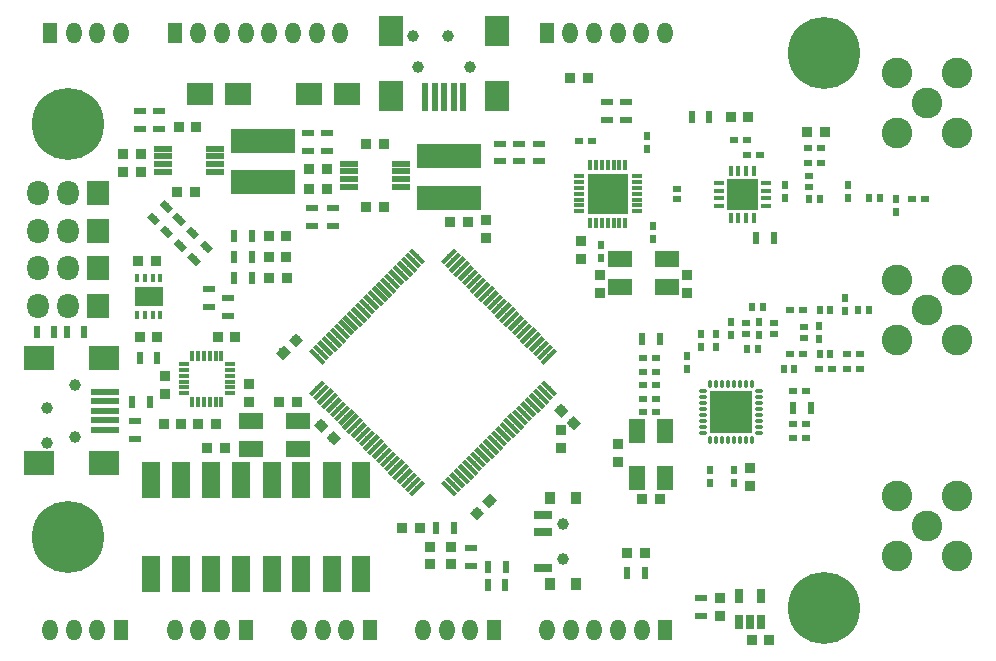
<source format=gts>
G04 #@! TF.GenerationSoftware,KiCad,Pcbnew,no-vcs-found*
G04 #@! TF.CreationDate,2016-12-22T15:04:26+01:00*
G04 #@! TF.ProjectId,RCCAR_IF_Board_GPS,52434341525F49465F426F6172645F47,rev?*
G04 #@! TF.FileFunction,Soldermask,Top*
G04 #@! TF.FilePolarity,Negative*
%FSLAX46Y46*%
G04 Gerber Fmt 4.6, Leading zero omitted, Abs format (unit mm)*
G04 Created by KiCad (PCBNEW no-vcs-found) date Thu Dec 22 15:04:26 2016*
%MOMM*%
%LPD*%
G01*
G04 APERTURE LIST*
%ADD10C,0.100000*%
%ADD11C,6.101600*%
%ADD12O,0.351600X0.801600*%
%ADD13O,0.801600X0.351600*%
%ADD14R,1.826600X1.826600*%
%ADD15O,0.951600X0.401600*%
%ADD16O,0.401600X0.951600*%
%ADD17R,0.901600X0.851600*%
%ADD18C,0.851600*%
%ADD19R,0.851600X0.901600*%
%ADD20R,0.701600X0.601600*%
%ADD21R,0.601600X0.701600*%
%ADD22R,1.001600X0.601600*%
%ADD23R,0.701600X0.501600*%
%ADD24R,0.501600X0.701600*%
%ADD25R,0.601600X1.001600*%
%ADD26R,5.397500X2.100580*%
%ADD27R,1.300480X1.800860*%
%ADD28O,1.300480X1.800860*%
%ADD29R,1.828800X2.133600*%
%ADD30O,1.828800X2.133600*%
%ADD31C,0.601600*%
%ADD32C,0.381600*%
%ADD33R,1.776600X1.776600*%
%ADD34R,0.901600X0.451600*%
%ADD35R,0.451600X0.901600*%
%ADD36R,1.351600X1.351600*%
%ADD37R,1.551600X0.551600*%
%ADD38C,2.601600*%
%ADD39R,2.251600X1.901600*%
%ADD40R,0.899160X0.899160*%
%ADD41R,0.601980X2.402840*%
%ADD42R,2.100580X2.600960*%
%ADD43C,1.000760*%
%ADD44R,2.600960X2.100580*%
%ADD45R,2.402840X0.601980*%
%ADD46R,1.625600X3.101600*%
%ADD47R,1.301600X0.876600*%
%ADD48R,0.451600X0.751600*%
%ADD49C,1.001600*%
%ADD50R,0.901600X1.101600*%
%ADD51R,1.601600X0.801600*%
%ADD52R,0.751600X1.161600*%
%ADD53R,2.101600X1.401600*%
%ADD54R,1.401600X2.101600*%
G04 APERTURE END LIST*
D10*
D11*
X170500000Y-76000000D03*
X106500000Y-82000000D03*
X106500000Y-117000000D03*
X170500000Y-123000000D03*
D12*
X160838000Y-108813000D03*
X161338000Y-108813000D03*
X161838000Y-108813000D03*
X162338000Y-108813000D03*
X162838000Y-108813000D03*
X163338000Y-108813000D03*
X163838000Y-108813000D03*
X164338000Y-108813000D03*
D13*
X164988000Y-108163000D03*
X164988000Y-107663000D03*
X164988000Y-107163000D03*
X164988000Y-106663000D03*
X164988000Y-106163000D03*
X164988000Y-105663000D03*
X164988000Y-105163000D03*
X164988000Y-104663000D03*
D12*
X164338000Y-104013000D03*
X163838000Y-104013000D03*
X163338000Y-104013000D03*
X162838000Y-104013000D03*
X162338000Y-104013000D03*
X161838000Y-104013000D03*
X161338000Y-104013000D03*
X160838000Y-104013000D03*
D13*
X160188000Y-104663000D03*
X160188000Y-105163000D03*
X160188000Y-105663000D03*
X160188000Y-106163000D03*
X160188000Y-106663000D03*
X160188000Y-107163000D03*
X160188000Y-107663000D03*
X160188000Y-108163000D03*
D14*
X163450500Y-105550500D03*
X161725500Y-105550500D03*
X163450500Y-107275500D03*
X161725500Y-107275500D03*
D15*
X116252000Y-102331000D03*
X116252000Y-102831000D03*
X116252000Y-103331000D03*
X116252000Y-103831000D03*
X116252000Y-104331000D03*
X116252000Y-104831000D03*
D16*
X116952000Y-105531000D03*
X117452000Y-105531000D03*
X117952000Y-105531000D03*
X118452000Y-105531000D03*
X118952000Y-105531000D03*
X119452000Y-105531000D03*
D15*
X120152000Y-104831000D03*
X120152000Y-104331000D03*
X120152000Y-103831000D03*
X120152000Y-103331000D03*
X120152000Y-102831000D03*
X120152000Y-102331000D03*
D16*
X119452000Y-101631000D03*
X118952000Y-101631000D03*
X118452000Y-101631000D03*
X117952000Y-101631000D03*
X117452000Y-101631000D03*
X116952000Y-101631000D03*
D17*
X125857000Y-105537000D03*
X124357000Y-105537000D03*
D18*
X149247330Y-107337330D03*
D10*
G36*
X149867180Y-107355008D02*
X149265008Y-107957180D01*
X148627480Y-107319652D01*
X149229652Y-106717480D01*
X149867180Y-107355008D01*
X149867180Y-107355008D01*
G37*
D18*
X148186670Y-106276670D03*
D10*
G36*
X148806520Y-106294348D02*
X148204348Y-106896520D01*
X147566820Y-106258992D01*
X148168992Y-105656820D01*
X148806520Y-106294348D01*
X148806520Y-106294348D01*
G37*
D19*
X141859000Y-90182000D03*
X141859000Y-91682000D03*
D17*
X119749000Y-109474000D03*
X118249000Y-109474000D03*
X150471000Y-78105000D03*
X148971000Y-78105000D03*
D19*
X137072715Y-117800274D03*
X137072715Y-119300274D03*
X138868767Y-119300274D03*
X138868767Y-117800274D03*
D17*
X136228059Y-116205000D03*
X134728059Y-116205000D03*
D18*
X128927330Y-108607330D03*
D10*
G36*
X129547180Y-108625008D02*
X128945008Y-109227180D01*
X128307480Y-108589652D01*
X128909652Y-107987480D01*
X129547180Y-108625008D01*
X129547180Y-108625008D01*
G37*
D18*
X127866670Y-107546670D03*
D10*
G36*
X128486520Y-107564348D02*
X127884348Y-108166520D01*
X127246820Y-107528992D01*
X127848992Y-106926820D01*
X128486520Y-107564348D01*
X128486520Y-107564348D01*
G37*
D18*
X125752330Y-100307670D03*
D10*
G36*
X125770008Y-99687820D02*
X126372180Y-100289992D01*
X125734652Y-100927520D01*
X125132480Y-100325348D01*
X125770008Y-99687820D01*
X125770008Y-99687820D01*
G37*
D18*
X124691670Y-101368330D03*
D10*
G36*
X124709348Y-100748480D02*
X125311520Y-101350652D01*
X124673992Y-101988180D01*
X124071820Y-101386008D01*
X124709348Y-100748480D01*
X124709348Y-100748480D01*
G37*
D17*
X140323000Y-90297000D03*
X138823000Y-90297000D03*
D18*
X141097000Y-114979660D03*
D10*
G36*
X141079322Y-115599510D02*
X140477150Y-114997338D01*
X141114678Y-114359810D01*
X141716850Y-114961982D01*
X141079322Y-115599510D01*
X141079322Y-115599510D01*
G37*
D18*
X142157660Y-113919000D03*
D10*
G36*
X142139982Y-114538850D02*
X141537810Y-113936678D01*
X142175338Y-113299150D01*
X142777510Y-113901322D01*
X142139982Y-114538850D01*
X142139982Y-114538850D01*
G37*
D20*
X149754500Y-83439000D03*
X150854500Y-83439000D03*
D21*
X151574500Y-93387000D03*
X151574500Y-92287000D03*
X155956000Y-91736000D03*
X155956000Y-90636000D03*
D19*
X151511000Y-96317500D03*
X151511000Y-94817500D03*
D21*
X155511500Y-83079500D03*
X155511500Y-84179500D03*
D19*
X158877000Y-94817500D03*
X158877000Y-96317500D03*
X149860000Y-93460000D03*
X149860000Y-91960000D03*
D17*
X170549000Y-82677000D03*
X169049000Y-82677000D03*
D20*
X170222000Y-84074000D03*
X169122000Y-84074000D03*
X170222000Y-85344000D03*
X169122000Y-85344000D03*
D21*
X167132000Y-87207000D03*
X167132000Y-88307000D03*
X172466000Y-87207000D03*
X172466000Y-88307000D03*
D20*
X177885000Y-88392000D03*
X178985000Y-88392000D03*
D21*
X176530000Y-89450000D03*
X176530000Y-88350000D03*
X160782000Y-111337000D03*
X160782000Y-112437000D03*
X162814000Y-111337000D03*
X162814000Y-112437000D03*
D19*
X164211000Y-112637000D03*
X164211000Y-111137000D03*
X153035000Y-110605000D03*
X153035000Y-109105000D03*
D17*
X155079000Y-113792000D03*
X156579000Y-113792000D03*
D20*
X155152000Y-106426000D03*
X156252000Y-106426000D03*
X167852000Y-108648500D03*
X168952000Y-108648500D03*
X155152000Y-104140000D03*
X156252000Y-104140000D03*
X167852000Y-107442000D03*
X168952000Y-107442000D03*
X156252000Y-105283000D03*
X155152000Y-105283000D03*
X167852000Y-104648000D03*
X168952000Y-104648000D03*
X156252000Y-101854000D03*
X155152000Y-101854000D03*
X156252000Y-102997000D03*
X155152000Y-102997000D03*
D21*
X158877000Y-102785000D03*
X158877000Y-101685000D03*
X160020000Y-100880000D03*
X160020000Y-99780000D03*
D20*
X172424000Y-101473000D03*
X173524000Y-101473000D03*
D21*
X161290000Y-100880000D03*
X161290000Y-99780000D03*
D20*
X168698000Y-101473000D03*
X167598000Y-101473000D03*
X170011000Y-102743000D03*
X171111000Y-102743000D03*
X172424000Y-102743000D03*
X173524000Y-102743000D03*
D21*
X170053000Y-99145000D03*
X170053000Y-100245000D03*
X164973000Y-98764000D03*
X164973000Y-99864000D03*
X162560000Y-98764000D03*
X162560000Y-99864000D03*
D20*
X167598000Y-97790000D03*
X168698000Y-97790000D03*
D21*
X172212000Y-97832000D03*
X172212000Y-96732000D03*
D17*
X112637000Y-86106000D03*
X111137000Y-86106000D03*
X112637000Y-84582000D03*
X111137000Y-84582000D03*
X115709000Y-87757000D03*
X117209000Y-87757000D03*
X117336000Y-82296000D03*
X115836000Y-82296000D03*
X128385000Y-87503000D03*
X126885000Y-87503000D03*
X128385000Y-85852000D03*
X126885000Y-85852000D03*
X131711000Y-89027000D03*
X133211000Y-89027000D03*
X133211000Y-83693000D03*
X131711000Y-83693000D03*
D19*
X161671000Y-122186000D03*
X161671000Y-123686000D03*
D17*
X165850000Y-125730000D03*
X164350000Y-125730000D03*
X112532197Y-100071004D03*
X114032197Y-100071004D03*
X118987000Y-107442000D03*
X117487000Y-107442000D03*
X119138000Y-100076000D03*
X120638000Y-100076000D03*
D19*
X114681000Y-104890000D03*
X114681000Y-103390000D03*
D17*
X114566000Y-107442000D03*
X116066000Y-107442000D03*
D19*
X121793000Y-104025000D03*
X121793000Y-105525000D03*
D22*
X140575015Y-119421656D03*
X140575015Y-117921656D03*
D23*
X169164000Y-87318000D03*
X169164000Y-86418000D03*
D24*
X169222000Y-88392000D03*
X170122000Y-88392000D03*
X174302000Y-88265000D03*
X175202000Y-88265000D03*
X167063000Y-102743000D03*
X167963000Y-102743000D03*
X163946000Y-101092000D03*
X164846000Y-101092000D03*
D23*
X168783000Y-99245000D03*
X168783000Y-100145000D03*
D25*
X156591000Y-100203000D03*
X155091000Y-100203000D03*
D23*
X163830000Y-98864000D03*
X163830000Y-99764000D03*
X166243000Y-98864000D03*
X166243000Y-99764000D03*
D24*
X171011000Y-97790000D03*
X170111000Y-97790000D03*
X164396000Y-97536000D03*
X165296000Y-97536000D03*
X174249500Y-97790000D03*
X173349500Y-97790000D03*
D26*
X122936000Y-83469480D03*
X122936000Y-86964520D03*
D23*
X157988000Y-87492000D03*
X157988000Y-88392000D03*
D26*
X138684000Y-84752480D03*
X138684000Y-88247520D03*
D27*
X104932480Y-74295000D03*
D28*
X108935520Y-74295000D03*
X106934000Y-74295000D03*
X110934500Y-74295000D03*
D27*
X142527020Y-124841000D03*
D28*
X138523980Y-124841000D03*
X140525500Y-124841000D03*
X136525000Y-124841000D03*
D27*
X132034280Y-124841000D03*
D28*
X128031240Y-124841000D03*
X130032760Y-124841000D03*
X126032260Y-124841000D03*
X127508000Y-74295000D03*
X125509020Y-74295000D03*
X123507500Y-74295000D03*
D27*
X115501420Y-74295000D03*
D28*
X119504460Y-74295000D03*
X117502940Y-74295000D03*
X121503440Y-74295000D03*
X129506980Y-74295000D03*
D27*
X146994940Y-74295000D03*
D28*
X150997980Y-74295000D03*
X148996460Y-74295000D03*
X152996960Y-74295000D03*
X154998480Y-74295000D03*
X157000000Y-74295000D03*
D27*
X157038040Y-124841000D03*
D28*
X153035000Y-124841000D03*
X155036520Y-124841000D03*
X151036020Y-124841000D03*
X149034500Y-124841000D03*
X147032980Y-124841000D03*
D27*
X121493280Y-124841000D03*
D28*
X117490240Y-124841000D03*
X119491760Y-124841000D03*
X115491260Y-124841000D03*
D27*
X110952280Y-124841000D03*
D28*
X106949240Y-124841000D03*
X108950760Y-124841000D03*
X104950260Y-124841000D03*
D29*
X108984000Y-97409000D03*
D30*
X106444000Y-97409000D03*
X103904000Y-97409000D03*
D29*
X108984000Y-94234000D03*
D30*
X106444000Y-94234000D03*
X103904000Y-94234000D03*
D29*
X108984000Y-91059000D03*
D30*
X106444000Y-91059000D03*
X103904000Y-91059000D03*
D25*
X122023000Y-93281500D03*
X120523000Y-93281500D03*
X122023000Y-95059500D03*
X120523000Y-95059500D03*
X139101741Y-116215408D03*
X137601741Y-116215408D03*
D22*
X152082500Y-80149000D03*
X152082500Y-81649000D03*
X153733500Y-81649000D03*
X153733500Y-80149000D03*
X160020000Y-122186000D03*
X160020000Y-123686000D03*
D25*
X111899000Y-105537000D03*
X113399000Y-105537000D03*
X164731000Y-91694000D03*
X166231000Y-91694000D03*
D22*
X112141000Y-107200000D03*
X112141000Y-108700000D03*
D25*
X155309000Y-120015000D03*
X153809000Y-120015000D03*
X167842500Y-106045000D03*
X169342500Y-106045000D03*
D24*
X170111000Y-101473000D03*
X171011000Y-101473000D03*
D22*
X112522000Y-82411000D03*
X112522000Y-80911000D03*
X114173000Y-80911000D03*
X114173000Y-82411000D03*
D25*
X105301000Y-99648000D03*
X103801000Y-99648000D03*
X107841000Y-99648000D03*
X106341000Y-99648000D03*
D31*
X114784030Y-91120055D03*
D10*
G36*
X114925451Y-91686872D02*
X114217213Y-90978634D01*
X114642609Y-90553238D01*
X115350847Y-91261476D01*
X114925451Y-91686872D01*
X114925451Y-91686872D01*
G37*
D31*
X115844690Y-90059395D03*
D10*
G36*
X115986111Y-90626212D02*
X115277873Y-89917974D01*
X115703269Y-89492578D01*
X116411507Y-90200816D01*
X115986111Y-90626212D01*
X115986111Y-90626212D01*
G37*
D31*
X113706399Y-90042424D03*
D10*
G36*
X113847820Y-90609241D02*
X113139582Y-89901003D01*
X113564978Y-89475607D01*
X114273216Y-90183845D01*
X113847820Y-90609241D01*
X113847820Y-90609241D01*
G37*
D31*
X114767059Y-88981764D03*
D10*
G36*
X114908480Y-89548581D02*
X114200242Y-88840343D01*
X114625638Y-88414947D01*
X115333876Y-89123185D01*
X114908480Y-89548581D01*
X114908480Y-89548581D01*
G37*
D25*
X114032196Y-101849004D03*
X112532196Y-101849004D03*
D22*
X146304000Y-85189000D03*
X146304000Y-83689000D03*
X144653000Y-85177000D03*
X144653000Y-83677000D03*
X143002000Y-85177000D03*
X143002000Y-83677000D03*
D25*
X143510000Y-119507000D03*
X142010000Y-119507000D03*
X143498000Y-121031000D03*
X141998000Y-121031000D03*
D22*
X118364000Y-97524000D03*
X118364000Y-96024000D03*
X120015000Y-98286000D03*
X120015000Y-96786000D03*
X127127000Y-89166000D03*
X127127000Y-90666000D03*
X128905000Y-89166000D03*
X128905000Y-90666000D03*
X128397000Y-84316000D03*
X128397000Y-82816000D03*
X126746000Y-82816000D03*
X126746000Y-84316000D03*
D32*
X127542412Y-104387020D03*
D10*
G36*
X127111077Y-105088187D02*
X126841245Y-104818355D01*
X127973747Y-103685853D01*
X128243579Y-103955685D01*
X127111077Y-105088187D01*
X127111077Y-105088187D01*
G37*
D32*
X127895965Y-104740573D03*
D10*
G36*
X127464630Y-105441740D02*
X127194798Y-105171908D01*
X128327300Y-104039406D01*
X128597132Y-104309238D01*
X127464630Y-105441740D01*
X127464630Y-105441740D01*
G37*
D32*
X128249519Y-105094127D03*
D10*
G36*
X127818184Y-105795294D02*
X127548352Y-105525462D01*
X128680854Y-104392960D01*
X128950686Y-104662792D01*
X127818184Y-105795294D01*
X127818184Y-105795294D01*
G37*
D32*
X128603072Y-105447680D03*
D10*
G36*
X128171737Y-106148847D02*
X127901905Y-105879015D01*
X129034407Y-104746513D01*
X129304239Y-105016345D01*
X128171737Y-106148847D01*
X128171737Y-106148847D01*
G37*
D32*
X128956625Y-105801233D03*
D10*
G36*
X128525290Y-106502400D02*
X128255458Y-106232568D01*
X129387960Y-105100066D01*
X129657792Y-105369898D01*
X128525290Y-106502400D01*
X128525290Y-106502400D01*
G37*
D32*
X129310179Y-106154787D03*
D10*
G36*
X128878844Y-106855954D02*
X128609012Y-106586122D01*
X129741514Y-105453620D01*
X130011346Y-105723452D01*
X128878844Y-106855954D01*
X128878844Y-106855954D01*
G37*
D32*
X129663732Y-106508340D03*
D10*
G36*
X129232397Y-107209507D02*
X128962565Y-106939675D01*
X130095067Y-105807173D01*
X130364899Y-106077005D01*
X129232397Y-107209507D01*
X129232397Y-107209507D01*
G37*
D32*
X130017285Y-106861894D03*
D10*
G36*
X129585950Y-107563061D02*
X129316118Y-107293229D01*
X130448620Y-106160727D01*
X130718452Y-106430559D01*
X129585950Y-107563061D01*
X129585950Y-107563061D01*
G37*
D32*
X130370839Y-107215447D03*
D10*
G36*
X129939504Y-107916614D02*
X129669672Y-107646782D01*
X130802174Y-106514280D01*
X131072006Y-106784112D01*
X129939504Y-107916614D01*
X129939504Y-107916614D01*
G37*
D32*
X130724392Y-107569000D03*
D10*
G36*
X130293057Y-108270167D02*
X130023225Y-108000335D01*
X131155727Y-106867833D01*
X131425559Y-107137665D01*
X130293057Y-108270167D01*
X130293057Y-108270167D01*
G37*
D32*
X131077946Y-107922554D03*
D10*
G36*
X130646611Y-108623721D02*
X130376779Y-108353889D01*
X131509281Y-107221387D01*
X131779113Y-107491219D01*
X130646611Y-108623721D01*
X130646611Y-108623721D01*
G37*
D32*
X131431499Y-108276107D03*
D10*
G36*
X131000164Y-108977274D02*
X130730332Y-108707442D01*
X131862834Y-107574940D01*
X132132666Y-107844772D01*
X131000164Y-108977274D01*
X131000164Y-108977274D01*
G37*
D32*
X131785052Y-108629661D03*
D10*
G36*
X131353717Y-109330828D02*
X131083885Y-109060996D01*
X132216387Y-107928494D01*
X132486219Y-108198326D01*
X131353717Y-109330828D01*
X131353717Y-109330828D01*
G37*
D32*
X132138606Y-108983214D03*
D10*
G36*
X131707271Y-109684381D02*
X131437439Y-109414549D01*
X132569941Y-108282047D01*
X132839773Y-108551879D01*
X131707271Y-109684381D01*
X131707271Y-109684381D01*
G37*
D32*
X132492159Y-109336767D03*
D10*
G36*
X132060824Y-110037934D02*
X131790992Y-109768102D01*
X132923494Y-108635600D01*
X133193326Y-108905432D01*
X132060824Y-110037934D01*
X132060824Y-110037934D01*
G37*
D32*
X132845713Y-109690321D03*
D10*
G36*
X132414378Y-110391488D02*
X132144546Y-110121656D01*
X133277048Y-108989154D01*
X133546880Y-109258986D01*
X132414378Y-110391488D01*
X132414378Y-110391488D01*
G37*
D32*
X133199266Y-110043874D03*
D10*
G36*
X132767931Y-110745041D02*
X132498099Y-110475209D01*
X133630601Y-109342707D01*
X133900433Y-109612539D01*
X132767931Y-110745041D01*
X132767931Y-110745041D01*
G37*
D32*
X133552819Y-110397428D03*
D10*
G36*
X133121484Y-111098595D02*
X132851652Y-110828763D01*
X133984154Y-109696261D01*
X134253986Y-109966093D01*
X133121484Y-111098595D01*
X133121484Y-111098595D01*
G37*
D32*
X133906373Y-110750981D03*
D10*
G36*
X133475038Y-111452148D02*
X133205206Y-111182316D01*
X134337708Y-110049814D01*
X134607540Y-110319646D01*
X133475038Y-111452148D01*
X133475038Y-111452148D01*
G37*
D32*
X134259926Y-111104534D03*
D10*
G36*
X133828591Y-111805701D02*
X133558759Y-111535869D01*
X134691261Y-110403367D01*
X134961093Y-110673199D01*
X133828591Y-111805701D01*
X133828591Y-111805701D01*
G37*
D32*
X134613480Y-111458088D03*
D10*
G36*
X134182145Y-112159255D02*
X133912313Y-111889423D01*
X135044815Y-110756921D01*
X135314647Y-111026753D01*
X134182145Y-112159255D01*
X134182145Y-112159255D01*
G37*
D32*
X134967033Y-111811641D03*
D10*
G36*
X134535698Y-112512808D02*
X134265866Y-112242976D01*
X135398368Y-111110474D01*
X135668200Y-111380306D01*
X134535698Y-112512808D01*
X134535698Y-112512808D01*
G37*
D32*
X135320586Y-112165194D03*
D10*
G36*
X134889251Y-112866361D02*
X134619419Y-112596529D01*
X135751921Y-111464027D01*
X136021753Y-111733859D01*
X134889251Y-112866361D01*
X134889251Y-112866361D01*
G37*
D32*
X135674140Y-112518748D03*
D10*
G36*
X135242805Y-113219915D02*
X134972973Y-112950083D01*
X136105475Y-111817581D01*
X136375307Y-112087413D01*
X135242805Y-113219915D01*
X135242805Y-113219915D01*
G37*
D32*
X136027693Y-112872301D03*
D10*
G36*
X135596358Y-113573468D02*
X135326526Y-113303636D01*
X136459028Y-112171134D01*
X136728860Y-112440966D01*
X135596358Y-113573468D01*
X135596358Y-113573468D01*
G37*
D32*
X138714699Y-112872301D03*
D10*
G36*
X139415866Y-113303636D02*
X139146034Y-113573468D01*
X138013532Y-112440966D01*
X138283364Y-112171134D01*
X139415866Y-113303636D01*
X139415866Y-113303636D01*
G37*
D32*
X139068252Y-112518748D03*
D10*
G36*
X139769419Y-112950083D02*
X139499587Y-113219915D01*
X138367085Y-112087413D01*
X138636917Y-111817581D01*
X139769419Y-112950083D01*
X139769419Y-112950083D01*
G37*
D32*
X139421806Y-112165194D03*
D10*
G36*
X140122973Y-112596529D02*
X139853141Y-112866361D01*
X138720639Y-111733859D01*
X138990471Y-111464027D01*
X140122973Y-112596529D01*
X140122973Y-112596529D01*
G37*
D32*
X139775359Y-111811641D03*
D10*
G36*
X140476526Y-112242976D02*
X140206694Y-112512808D01*
X139074192Y-111380306D01*
X139344024Y-111110474D01*
X140476526Y-112242976D01*
X140476526Y-112242976D01*
G37*
D32*
X140128912Y-111458088D03*
D10*
G36*
X140830079Y-111889423D02*
X140560247Y-112159255D01*
X139427745Y-111026753D01*
X139697577Y-110756921D01*
X140830079Y-111889423D01*
X140830079Y-111889423D01*
G37*
D32*
X140482466Y-111104534D03*
D10*
G36*
X141183633Y-111535869D02*
X140913801Y-111805701D01*
X139781299Y-110673199D01*
X140051131Y-110403367D01*
X141183633Y-111535869D01*
X141183633Y-111535869D01*
G37*
D32*
X140836019Y-110750981D03*
D10*
G36*
X141537186Y-111182316D02*
X141267354Y-111452148D01*
X140134852Y-110319646D01*
X140404684Y-110049814D01*
X141537186Y-111182316D01*
X141537186Y-111182316D01*
G37*
D32*
X141189573Y-110397428D03*
D10*
G36*
X141890740Y-110828763D02*
X141620908Y-111098595D01*
X140488406Y-109966093D01*
X140758238Y-109696261D01*
X141890740Y-110828763D01*
X141890740Y-110828763D01*
G37*
D32*
X141543126Y-110043874D03*
D10*
G36*
X142244293Y-110475209D02*
X141974461Y-110745041D01*
X140841959Y-109612539D01*
X141111791Y-109342707D01*
X142244293Y-110475209D01*
X142244293Y-110475209D01*
G37*
D32*
X141896679Y-109690321D03*
D10*
G36*
X142597846Y-110121656D02*
X142328014Y-110391488D01*
X141195512Y-109258986D01*
X141465344Y-108989154D01*
X142597846Y-110121656D01*
X142597846Y-110121656D01*
G37*
D32*
X142250233Y-109336767D03*
D10*
G36*
X142951400Y-109768102D02*
X142681568Y-110037934D01*
X141549066Y-108905432D01*
X141818898Y-108635600D01*
X142951400Y-109768102D01*
X142951400Y-109768102D01*
G37*
D32*
X142603786Y-108983214D03*
D10*
G36*
X143304953Y-109414549D02*
X143035121Y-109684381D01*
X141902619Y-108551879D01*
X142172451Y-108282047D01*
X143304953Y-109414549D01*
X143304953Y-109414549D01*
G37*
D32*
X142957340Y-108629661D03*
D10*
G36*
X143658507Y-109060996D02*
X143388675Y-109330828D01*
X142256173Y-108198326D01*
X142526005Y-107928494D01*
X143658507Y-109060996D01*
X143658507Y-109060996D01*
G37*
D32*
X143310893Y-108276107D03*
D10*
G36*
X144012060Y-108707442D02*
X143742228Y-108977274D01*
X142609726Y-107844772D01*
X142879558Y-107574940D01*
X144012060Y-108707442D01*
X144012060Y-108707442D01*
G37*
D32*
X143664446Y-107922554D03*
D10*
G36*
X144365613Y-108353889D02*
X144095781Y-108623721D01*
X142963279Y-107491219D01*
X143233111Y-107221387D01*
X144365613Y-108353889D01*
X144365613Y-108353889D01*
G37*
D32*
X144018000Y-107569000D03*
D10*
G36*
X144719167Y-108000335D02*
X144449335Y-108270167D01*
X143316833Y-107137665D01*
X143586665Y-106867833D01*
X144719167Y-108000335D01*
X144719167Y-108000335D01*
G37*
D32*
X144371553Y-107215447D03*
D10*
G36*
X145072720Y-107646782D02*
X144802888Y-107916614D01*
X143670386Y-106784112D01*
X143940218Y-106514280D01*
X145072720Y-107646782D01*
X145072720Y-107646782D01*
G37*
D32*
X144725107Y-106861894D03*
D10*
G36*
X145426274Y-107293229D02*
X145156442Y-107563061D01*
X144023940Y-106430559D01*
X144293772Y-106160727D01*
X145426274Y-107293229D01*
X145426274Y-107293229D01*
G37*
D32*
X145078660Y-106508340D03*
D10*
G36*
X145779827Y-106939675D02*
X145509995Y-107209507D01*
X144377493Y-106077005D01*
X144647325Y-105807173D01*
X145779827Y-106939675D01*
X145779827Y-106939675D01*
G37*
D32*
X145432213Y-106154787D03*
D10*
G36*
X146133380Y-106586122D02*
X145863548Y-106855954D01*
X144731046Y-105723452D01*
X145000878Y-105453620D01*
X146133380Y-106586122D01*
X146133380Y-106586122D01*
G37*
D32*
X145785767Y-105801233D03*
D10*
G36*
X146486934Y-106232568D02*
X146217102Y-106502400D01*
X145084600Y-105369898D01*
X145354432Y-105100066D01*
X146486934Y-106232568D01*
X146486934Y-106232568D01*
G37*
D32*
X146139320Y-105447680D03*
D10*
G36*
X146840487Y-105879015D02*
X146570655Y-106148847D01*
X145438153Y-105016345D01*
X145707985Y-104746513D01*
X146840487Y-105879015D01*
X146840487Y-105879015D01*
G37*
D32*
X146492873Y-105094127D03*
D10*
G36*
X147194040Y-105525462D02*
X146924208Y-105795294D01*
X145791706Y-104662792D01*
X146061538Y-104392960D01*
X147194040Y-105525462D01*
X147194040Y-105525462D01*
G37*
D32*
X146846427Y-104740573D03*
D10*
G36*
X147547594Y-105171908D02*
X147277762Y-105441740D01*
X146145260Y-104309238D01*
X146415092Y-104039406D01*
X147547594Y-105171908D01*
X147547594Y-105171908D01*
G37*
D32*
X147199980Y-104387020D03*
D10*
G36*
X147901147Y-104818355D02*
X147631315Y-105088187D01*
X146498813Y-103955685D01*
X146768645Y-103685853D01*
X147901147Y-104818355D01*
X147901147Y-104818355D01*
G37*
D32*
X147199980Y-101700014D03*
D10*
G36*
X146768645Y-102401181D02*
X146498813Y-102131349D01*
X147631315Y-100998847D01*
X147901147Y-101268679D01*
X146768645Y-102401181D01*
X146768645Y-102401181D01*
G37*
D32*
X146846427Y-101346461D03*
D10*
G36*
X146415092Y-102047628D02*
X146145260Y-101777796D01*
X147277762Y-100645294D01*
X147547594Y-100915126D01*
X146415092Y-102047628D01*
X146415092Y-102047628D01*
G37*
D32*
X146492873Y-100992907D03*
D10*
G36*
X146061538Y-101694074D02*
X145791706Y-101424242D01*
X146924208Y-100291740D01*
X147194040Y-100561572D01*
X146061538Y-101694074D01*
X146061538Y-101694074D01*
G37*
D32*
X146139320Y-100639354D03*
D10*
G36*
X145707985Y-101340521D02*
X145438153Y-101070689D01*
X146570655Y-99938187D01*
X146840487Y-100208019D01*
X145707985Y-101340521D01*
X145707985Y-101340521D01*
G37*
D32*
X145785767Y-100285801D03*
D10*
G36*
X145354432Y-100986968D02*
X145084600Y-100717136D01*
X146217102Y-99584634D01*
X146486934Y-99854466D01*
X145354432Y-100986968D01*
X145354432Y-100986968D01*
G37*
D32*
X145432213Y-99932247D03*
D10*
G36*
X145000878Y-100633414D02*
X144731046Y-100363582D01*
X145863548Y-99231080D01*
X146133380Y-99500912D01*
X145000878Y-100633414D01*
X145000878Y-100633414D01*
G37*
D32*
X145078660Y-99578694D03*
D10*
G36*
X144647325Y-100279861D02*
X144377493Y-100010029D01*
X145509995Y-98877527D01*
X145779827Y-99147359D01*
X144647325Y-100279861D01*
X144647325Y-100279861D01*
G37*
D32*
X144725107Y-99225140D03*
D10*
G36*
X144293772Y-99926307D02*
X144023940Y-99656475D01*
X145156442Y-98523973D01*
X145426274Y-98793805D01*
X144293772Y-99926307D01*
X144293772Y-99926307D01*
G37*
D32*
X144371553Y-98871587D03*
D10*
G36*
X143940218Y-99572754D02*
X143670386Y-99302922D01*
X144802888Y-98170420D01*
X145072720Y-98440252D01*
X143940218Y-99572754D01*
X143940218Y-99572754D01*
G37*
D32*
X144018000Y-98518034D03*
D10*
G36*
X143586665Y-99219201D02*
X143316833Y-98949369D01*
X144449335Y-97816867D01*
X144719167Y-98086699D01*
X143586665Y-99219201D01*
X143586665Y-99219201D01*
G37*
D32*
X143664446Y-98164480D03*
D10*
G36*
X143233111Y-98865647D02*
X142963279Y-98595815D01*
X144095781Y-97463313D01*
X144365613Y-97733145D01*
X143233111Y-98865647D01*
X143233111Y-98865647D01*
G37*
D32*
X143310893Y-97810927D03*
D10*
G36*
X142879558Y-98512094D02*
X142609726Y-98242262D01*
X143742228Y-97109760D01*
X144012060Y-97379592D01*
X142879558Y-98512094D01*
X142879558Y-98512094D01*
G37*
D32*
X142957340Y-97457373D03*
D10*
G36*
X142526005Y-98158540D02*
X142256173Y-97888708D01*
X143388675Y-96756206D01*
X143658507Y-97026038D01*
X142526005Y-98158540D01*
X142526005Y-98158540D01*
G37*
D32*
X142603786Y-97103820D03*
D10*
G36*
X142172451Y-97804987D02*
X141902619Y-97535155D01*
X143035121Y-96402653D01*
X143304953Y-96672485D01*
X142172451Y-97804987D01*
X142172451Y-97804987D01*
G37*
D32*
X142250233Y-96750267D03*
D10*
G36*
X141818898Y-97451434D02*
X141549066Y-97181602D01*
X142681568Y-96049100D01*
X142951400Y-96318932D01*
X141818898Y-97451434D01*
X141818898Y-97451434D01*
G37*
D32*
X141896679Y-96396713D03*
D10*
G36*
X141465344Y-97097880D02*
X141195512Y-96828048D01*
X142328014Y-95695546D01*
X142597846Y-95965378D01*
X141465344Y-97097880D01*
X141465344Y-97097880D01*
G37*
D32*
X141543126Y-96043160D03*
D10*
G36*
X141111791Y-96744327D02*
X140841959Y-96474495D01*
X141974461Y-95341993D01*
X142244293Y-95611825D01*
X141111791Y-96744327D01*
X141111791Y-96744327D01*
G37*
D32*
X141189573Y-95689606D03*
D10*
G36*
X140758238Y-96390773D02*
X140488406Y-96120941D01*
X141620908Y-94988439D01*
X141890740Y-95258271D01*
X140758238Y-96390773D01*
X140758238Y-96390773D01*
G37*
D32*
X140836019Y-95336053D03*
D10*
G36*
X140404684Y-96037220D02*
X140134852Y-95767388D01*
X141267354Y-94634886D01*
X141537186Y-94904718D01*
X140404684Y-96037220D01*
X140404684Y-96037220D01*
G37*
D32*
X140482466Y-94982500D03*
D10*
G36*
X140051131Y-95683667D02*
X139781299Y-95413835D01*
X140913801Y-94281333D01*
X141183633Y-94551165D01*
X140051131Y-95683667D01*
X140051131Y-95683667D01*
G37*
D32*
X140128912Y-94628946D03*
D10*
G36*
X139697577Y-95330113D02*
X139427745Y-95060281D01*
X140560247Y-93927779D01*
X140830079Y-94197611D01*
X139697577Y-95330113D01*
X139697577Y-95330113D01*
G37*
D32*
X139775359Y-94275393D03*
D10*
G36*
X139344024Y-94976560D02*
X139074192Y-94706728D01*
X140206694Y-93574226D01*
X140476526Y-93844058D01*
X139344024Y-94976560D01*
X139344024Y-94976560D01*
G37*
D32*
X139421806Y-93921840D03*
D10*
G36*
X138990471Y-94623007D02*
X138720639Y-94353175D01*
X139853141Y-93220673D01*
X140122973Y-93490505D01*
X138990471Y-94623007D01*
X138990471Y-94623007D01*
G37*
D32*
X139068252Y-93568286D03*
D10*
G36*
X138636917Y-94269453D02*
X138367085Y-93999621D01*
X139499587Y-92867119D01*
X139769419Y-93136951D01*
X138636917Y-94269453D01*
X138636917Y-94269453D01*
G37*
D32*
X138714699Y-93214733D03*
D10*
G36*
X138283364Y-93915900D02*
X138013532Y-93646068D01*
X139146034Y-92513566D01*
X139415866Y-92783398D01*
X138283364Y-93915900D01*
X138283364Y-93915900D01*
G37*
D32*
X136027693Y-93214733D03*
D10*
G36*
X136728860Y-93646068D02*
X136459028Y-93915900D01*
X135326526Y-92783398D01*
X135596358Y-92513566D01*
X136728860Y-93646068D01*
X136728860Y-93646068D01*
G37*
D32*
X135674140Y-93568286D03*
D10*
G36*
X136375307Y-93999621D02*
X136105475Y-94269453D01*
X134972973Y-93136951D01*
X135242805Y-92867119D01*
X136375307Y-93999621D01*
X136375307Y-93999621D01*
G37*
D32*
X135320586Y-93921840D03*
D10*
G36*
X136021753Y-94353175D02*
X135751921Y-94623007D01*
X134619419Y-93490505D01*
X134889251Y-93220673D01*
X136021753Y-94353175D01*
X136021753Y-94353175D01*
G37*
D32*
X134967033Y-94275393D03*
D10*
G36*
X135668200Y-94706728D02*
X135398368Y-94976560D01*
X134265866Y-93844058D01*
X134535698Y-93574226D01*
X135668200Y-94706728D01*
X135668200Y-94706728D01*
G37*
D32*
X134613480Y-94628946D03*
D10*
G36*
X135314647Y-95060281D02*
X135044815Y-95330113D01*
X133912313Y-94197611D01*
X134182145Y-93927779D01*
X135314647Y-95060281D01*
X135314647Y-95060281D01*
G37*
D32*
X134259926Y-94982500D03*
D10*
G36*
X134961093Y-95413835D02*
X134691261Y-95683667D01*
X133558759Y-94551165D01*
X133828591Y-94281333D01*
X134961093Y-95413835D01*
X134961093Y-95413835D01*
G37*
D32*
X133906373Y-95336053D03*
D10*
G36*
X134607540Y-95767388D02*
X134337708Y-96037220D01*
X133205206Y-94904718D01*
X133475038Y-94634886D01*
X134607540Y-95767388D01*
X134607540Y-95767388D01*
G37*
D32*
X133552819Y-95689606D03*
D10*
G36*
X134253986Y-96120941D02*
X133984154Y-96390773D01*
X132851652Y-95258271D01*
X133121484Y-94988439D01*
X134253986Y-96120941D01*
X134253986Y-96120941D01*
G37*
D32*
X133199266Y-96043160D03*
D10*
G36*
X133900433Y-96474495D02*
X133630601Y-96744327D01*
X132498099Y-95611825D01*
X132767931Y-95341993D01*
X133900433Y-96474495D01*
X133900433Y-96474495D01*
G37*
D32*
X132845713Y-96396713D03*
D10*
G36*
X133546880Y-96828048D02*
X133277048Y-97097880D01*
X132144546Y-95965378D01*
X132414378Y-95695546D01*
X133546880Y-96828048D01*
X133546880Y-96828048D01*
G37*
D32*
X132492159Y-96750267D03*
D10*
G36*
X133193326Y-97181602D02*
X132923494Y-97451434D01*
X131790992Y-96318932D01*
X132060824Y-96049100D01*
X133193326Y-97181602D01*
X133193326Y-97181602D01*
G37*
D32*
X132138606Y-97103820D03*
D10*
G36*
X132839773Y-97535155D02*
X132569941Y-97804987D01*
X131437439Y-96672485D01*
X131707271Y-96402653D01*
X132839773Y-97535155D01*
X132839773Y-97535155D01*
G37*
D32*
X131785052Y-97457373D03*
D10*
G36*
X132486219Y-97888708D02*
X132216387Y-98158540D01*
X131083885Y-97026038D01*
X131353717Y-96756206D01*
X132486219Y-97888708D01*
X132486219Y-97888708D01*
G37*
D32*
X131431499Y-97810927D03*
D10*
G36*
X132132666Y-98242262D02*
X131862834Y-98512094D01*
X130730332Y-97379592D01*
X131000164Y-97109760D01*
X132132666Y-98242262D01*
X132132666Y-98242262D01*
G37*
D32*
X131077946Y-98164480D03*
D10*
G36*
X131779113Y-98595815D02*
X131509281Y-98865647D01*
X130376779Y-97733145D01*
X130646611Y-97463313D01*
X131779113Y-98595815D01*
X131779113Y-98595815D01*
G37*
D32*
X130724392Y-98518034D03*
D10*
G36*
X131425559Y-98949369D02*
X131155727Y-99219201D01*
X130023225Y-98086699D01*
X130293057Y-97816867D01*
X131425559Y-98949369D01*
X131425559Y-98949369D01*
G37*
D32*
X130370839Y-98871587D03*
D10*
G36*
X131072006Y-99302922D02*
X130802174Y-99572754D01*
X129669672Y-98440252D01*
X129939504Y-98170420D01*
X131072006Y-99302922D01*
X131072006Y-99302922D01*
G37*
D32*
X130017285Y-99225140D03*
D10*
G36*
X130718452Y-99656475D02*
X130448620Y-99926307D01*
X129316118Y-98793805D01*
X129585950Y-98523973D01*
X130718452Y-99656475D01*
X130718452Y-99656475D01*
G37*
D32*
X129663732Y-99578694D03*
D10*
G36*
X130364899Y-100010029D02*
X130095067Y-100279861D01*
X128962565Y-99147359D01*
X129232397Y-98877527D01*
X130364899Y-100010029D01*
X130364899Y-100010029D01*
G37*
D32*
X129310179Y-99932247D03*
D10*
G36*
X130011346Y-100363582D02*
X129741514Y-100633414D01*
X128609012Y-99500912D01*
X128878844Y-99231080D01*
X130011346Y-100363582D01*
X130011346Y-100363582D01*
G37*
D32*
X128956625Y-100285801D03*
D10*
G36*
X129657792Y-100717136D02*
X129387960Y-100986968D01*
X128255458Y-99854466D01*
X128525290Y-99584634D01*
X129657792Y-100717136D01*
X129657792Y-100717136D01*
G37*
D32*
X128603072Y-100639354D03*
D10*
G36*
X129304239Y-101070689D02*
X129034407Y-101340521D01*
X127901905Y-100208019D01*
X128171737Y-99938187D01*
X129304239Y-101070689D01*
X129304239Y-101070689D01*
G37*
D32*
X128249519Y-100992907D03*
D10*
G36*
X128950686Y-101424242D02*
X128680854Y-101694074D01*
X127548352Y-100561572D01*
X127818184Y-100291740D01*
X128950686Y-101424242D01*
X128950686Y-101424242D01*
G37*
D32*
X127895965Y-101346461D03*
D10*
G36*
X128597132Y-101777796D02*
X128327300Y-102047628D01*
X127194798Y-100915126D01*
X127464630Y-100645294D01*
X128597132Y-101777796D01*
X128597132Y-101777796D01*
G37*
D32*
X127542412Y-101700014D03*
D10*
G36*
X128243579Y-102131349D02*
X127973747Y-102401181D01*
X126841245Y-101268679D01*
X127111077Y-100998847D01*
X128243579Y-102131349D01*
X128243579Y-102131349D01*
G37*
D15*
X149704000Y-86421000D03*
X149704000Y-86921000D03*
X149704000Y-87421000D03*
X149704000Y-87921000D03*
X149704000Y-88421000D03*
X149704000Y-88921000D03*
X149704000Y-89421000D03*
D16*
X150654000Y-90371000D03*
X151154000Y-90371000D03*
X151654000Y-90371000D03*
X152154000Y-90371000D03*
X152654000Y-90371000D03*
X153154000Y-90371000D03*
X153654000Y-90371000D03*
D15*
X154604000Y-89421000D03*
X154604000Y-88921000D03*
X154604000Y-88421000D03*
X154604000Y-87921000D03*
X154604000Y-87421000D03*
X154604000Y-86921000D03*
X154604000Y-86421000D03*
D16*
X153654000Y-85471000D03*
X153154000Y-85471000D03*
X152654000Y-85471000D03*
X152154000Y-85471000D03*
X151654000Y-85471000D03*
X151154000Y-85471000D03*
X150654000Y-85471000D03*
D33*
X152991500Y-88758500D03*
X152991500Y-87083500D03*
X151316500Y-88758500D03*
X151316500Y-87083500D03*
D34*
X161544000Y-87026000D03*
X161544000Y-87676000D03*
X161544000Y-88326000D03*
X161544000Y-88976000D03*
D35*
X162569000Y-90001000D03*
X163219000Y-90001000D03*
X163869000Y-90001000D03*
X164519000Y-90001000D03*
D34*
X165544000Y-88976000D03*
X165544000Y-88326000D03*
X165544000Y-87676000D03*
X165544000Y-87026000D03*
D35*
X164519000Y-86001000D03*
X163869000Y-86001000D03*
X163219000Y-86001000D03*
X162569000Y-86001000D03*
D36*
X164169000Y-88626000D03*
X164169000Y-87376000D03*
X162919000Y-88626000D03*
X162919000Y-87376000D03*
D37*
X114513000Y-84115000D03*
X114513000Y-84765000D03*
X114513000Y-85415000D03*
X114513000Y-86065000D03*
X118913000Y-86065000D03*
X118913000Y-85415000D03*
X118913000Y-84765000D03*
X118913000Y-84115000D03*
X130261000Y-85385000D03*
X130261000Y-86035000D03*
X130261000Y-86685000D03*
X130261000Y-87335000D03*
X134661000Y-87335000D03*
X134661000Y-86685000D03*
X134661000Y-86035000D03*
X134661000Y-85385000D03*
D31*
X117118896Y-93454922D03*
D10*
G36*
X117260317Y-94021739D02*
X116552079Y-93313501D01*
X116977475Y-92888105D01*
X117685713Y-93596343D01*
X117260317Y-94021739D01*
X117260317Y-94021739D01*
G37*
D31*
X118179556Y-92394262D03*
D10*
G36*
X118320977Y-92961079D02*
X117612739Y-92252841D01*
X118038135Y-91827445D01*
X118746373Y-92535683D01*
X118320977Y-92961079D01*
X118320977Y-92961079D01*
G37*
D31*
X115951463Y-92287488D03*
D10*
G36*
X116092884Y-92854305D02*
X115384646Y-92146067D01*
X115810042Y-91720671D01*
X116518280Y-92428909D01*
X116092884Y-92854305D01*
X116092884Y-92854305D01*
G37*
D31*
X117012123Y-91226828D03*
D10*
G36*
X117153544Y-91793645D02*
X116445306Y-91085407D01*
X116870702Y-90660011D01*
X117578940Y-91368249D01*
X117153544Y-91793645D01*
X117153544Y-91793645D01*
G37*
D17*
X162572000Y-81407000D03*
X164072000Y-81407000D03*
D20*
X162835500Y-83375500D03*
X163935500Y-83375500D03*
X165015000Y-84645500D03*
X163915000Y-84645500D03*
D25*
X159270000Y-81407000D03*
X160770000Y-81407000D03*
X122035000Y-91503500D03*
X120535000Y-91503500D03*
D38*
X179197000Y-80264000D03*
X176657000Y-77724000D03*
X176657000Y-82804000D03*
X181737000Y-82804000D03*
X181737000Y-77724000D03*
X179197000Y-97790000D03*
X176657000Y-95250000D03*
X176657000Y-100330000D03*
X181737000Y-100330000D03*
X181737000Y-95250000D03*
D39*
X120878000Y-79502000D03*
X117628000Y-79502000D03*
X126875000Y-79500000D03*
X130125000Y-79500000D03*
D17*
X112405196Y-93594004D03*
X113905196Y-93594004D03*
D19*
X148209000Y-107962000D03*
X148209000Y-109462000D03*
D40*
X123444000Y-93281500D03*
X124942600Y-93281500D03*
X123469400Y-95059500D03*
X124968000Y-95059500D03*
X124955300Y-91503500D03*
X123456700Y-91503500D03*
X153809700Y-118364000D03*
X155308300Y-118364000D03*
D38*
X179197000Y-116078000D03*
X176657000Y-113538000D03*
X176657000Y-118618000D03*
X181737000Y-118618000D03*
X181737000Y-113538000D03*
D41*
X139900300Y-79776320D03*
X139100200Y-79776320D03*
X138300100Y-79776320D03*
X137500000Y-79776320D03*
X136699900Y-79776320D03*
D42*
X142750180Y-79677260D03*
X142750180Y-74178160D03*
X133850020Y-79677260D03*
X133850020Y-74178160D03*
D43*
X140499740Y-77177900D03*
X136100460Y-77177900D03*
X107012740Y-108498640D03*
X107012740Y-104099360D03*
D44*
X104013000Y-110749080D03*
X109512100Y-110749080D03*
X104013000Y-101848920D03*
X109512100Y-101848920D03*
D45*
X109611160Y-107899200D03*
X109611160Y-107099100D03*
X109611160Y-106299000D03*
X109611160Y-105498900D03*
X109611160Y-104698800D03*
D30*
X103904000Y-87884000D03*
X106444000Y-87884000D03*
D29*
X108984000Y-87884000D03*
D46*
X126198000Y-120142000D03*
X128798000Y-120142000D03*
X123698000Y-120142000D03*
X113498000Y-120142000D03*
X115998000Y-120142000D03*
X121098000Y-120142000D03*
X131298000Y-120142000D03*
X118598000Y-120142000D03*
X123698000Y-112142000D03*
X126198000Y-112142000D03*
X131298000Y-112142000D03*
X128798000Y-112142000D03*
X121098000Y-112142000D03*
X118598000Y-112142000D03*
X115998000Y-112142000D03*
X113498000Y-112142000D03*
D47*
X113893462Y-96260335D03*
X112693462Y-96260335D03*
X113893462Y-97035335D03*
X112693462Y-97035335D03*
D48*
X114268462Y-98197835D03*
X113618462Y-98197835D03*
X112968462Y-98197835D03*
X112318462Y-98197835D03*
X112318462Y-95097835D03*
X112968462Y-95097835D03*
X113618462Y-95097835D03*
X114268462Y-95097835D03*
D49*
X138660000Y-74605000D03*
X135660000Y-74605000D03*
D50*
X147307000Y-120998000D03*
X147307000Y-113698000D03*
X149507000Y-113698000D03*
X149507000Y-120998000D03*
D51*
X146657000Y-115098000D03*
X146657000Y-116598000D03*
X146657000Y-119598000D03*
D49*
X148407000Y-115848000D03*
X148407000Y-118848000D03*
X104648000Y-106045000D03*
X104648000Y-109045000D03*
D52*
X163261000Y-121963000D03*
X165161000Y-121963000D03*
X165161000Y-124163000D03*
X164211000Y-124163000D03*
X163261000Y-124163000D03*
D53*
X125952000Y-107131000D03*
X121952000Y-107131000D03*
X121952000Y-109531000D03*
X125952000Y-109531000D03*
X153194000Y-93415000D03*
X157194000Y-93415000D03*
X157194000Y-95815000D03*
X153194000Y-95815000D03*
D54*
X154629000Y-111982000D03*
X154629000Y-107982000D03*
X157029000Y-107982000D03*
X157029000Y-111982000D03*
M02*

</source>
